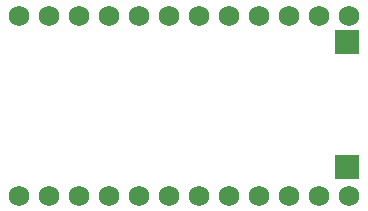
<source format=gts>
G04 #@! TF.GenerationSoftware,KiCad,Pcbnew,7.0.8*
G04 #@! TF.CreationDate,2024-04-01T14:50:31+01:00*
G04 #@! TF.ProjectId,daughterboard,64617567-6874-4657-9262-6f6172642e6b,rev?*
G04 #@! TF.SameCoordinates,Original*
G04 #@! TF.FileFunction,Soldermask,Top*
G04 #@! TF.FilePolarity,Negative*
%FSLAX46Y46*%
G04 Gerber Fmt 4.6, Leading zero omitted, Abs format (unit mm)*
G04 Created by KiCad (PCBNEW 7.0.8) date 2024-04-01 14:50:31*
%MOMM*%
%LPD*%
G01*
G04 APERTURE LIST*
G04 Aperture macros list*
%AMRoundRect*
0 Rectangle with rounded corners*
0 $1 Rounding radius*
0 $2 $3 $4 $5 $6 $7 $8 $9 X,Y pos of 4 corners*
0 Add a 4 corners polygon primitive as box body*
4,1,4,$2,$3,$4,$5,$6,$7,$8,$9,$2,$3,0*
0 Add four circle primitives for the rounded corners*
1,1,$1+$1,$2,$3*
1,1,$1+$1,$4,$5*
1,1,$1+$1,$6,$7*
1,1,$1+$1,$8,$9*
0 Add four rect primitives between the rounded corners*
20,1,$1+$1,$2,$3,$4,$5,0*
20,1,$1+$1,$4,$5,$6,$7,0*
20,1,$1+$1,$6,$7,$8,$9,0*
20,1,$1+$1,$8,$9,$2,$3,0*%
G04 Aperture macros list end*
%ADD10C,1.752600*%
%ADD11RoundRect,0.250001X-0.799999X-0.799999X0.799999X-0.799999X0.799999X0.799999X-0.799999X0.799999X0*%
G04 APERTURE END LIST*
D10*
X104000000Y-101475000D03*
X106540000Y-101475000D03*
X109080000Y-101475000D03*
X111620000Y-101475000D03*
X114160000Y-101475000D03*
X116700000Y-101475000D03*
X119240000Y-101475000D03*
X121780000Y-101475000D03*
X124320000Y-101475000D03*
X126860000Y-101475000D03*
X129400000Y-101475000D03*
X131940000Y-101475000D03*
X131940000Y-116715000D03*
X129400000Y-116715000D03*
X126860000Y-116715000D03*
X124320000Y-116715000D03*
X121780000Y-116715000D03*
X119240000Y-116715000D03*
X116700000Y-116715000D03*
X114160000Y-116715000D03*
X111620000Y-116715000D03*
X109080000Y-116715000D03*
X106540000Y-116715000D03*
X104000000Y-116715000D03*
D11*
X131750000Y-114250000D03*
X131750000Y-103750000D03*
M02*

</source>
